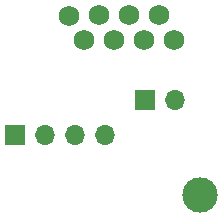
<source format=gbl>
G04 #@! TF.GenerationSoftware,KiCad,Pcbnew,(5.1.5)-3*
G04 #@! TF.CreationDate,2020-02-26T13:13:57-08:00*
G04 #@! TF.ProjectId,NeutrikEthercon,4e657574-7269-46b4-9574-686572636f6e,rev?*
G04 #@! TF.SameCoordinates,Original*
G04 #@! TF.FileFunction,Copper,L2,Bot*
G04 #@! TF.FilePolarity,Positive*
%FSLAX46Y46*%
G04 Gerber Fmt 4.6, Leading zero omitted, Abs format (unit mm)*
G04 Created by KiCad (PCBNEW (5.1.5)-3) date 2020-02-26 13:13:57*
%MOMM*%
%LPD*%
G04 APERTURE LIST*
%ADD10C,3.000000*%
%ADD11O,1.700000X1.700000*%
%ADD12R,1.700000X1.700000*%
%ADD13C,1.750000*%
G04 APERTURE END LIST*
D10*
X141600000Y-125550000D03*
D11*
X139540000Y-117500000D03*
D12*
X137000000Y-117500000D03*
D11*
X133620000Y-120500000D03*
X131080000Y-120500000D03*
X128540000Y-120500000D03*
D12*
X126000000Y-120500000D03*
D13*
X138180000Y-110320000D03*
X135630000Y-110320000D03*
X133100000Y-110320000D03*
X131820000Y-112430000D03*
X134350000Y-112440000D03*
X136900000Y-112460000D03*
X139440000Y-112460000D03*
X130560000Y-110350000D03*
M02*

</source>
